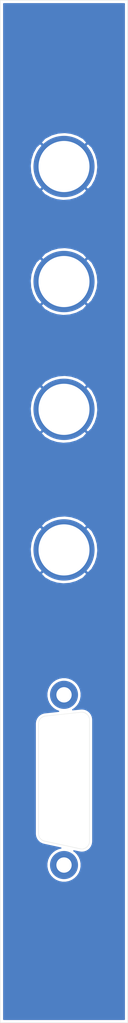
<source format=kicad_pcb>
(kicad_pcb (version 20171130) (host pcbnew "(5.1.4)-1")

  (general
    (thickness 1.6)
    (drawings 18)
    (tracks 0)
    (zones 0)
    (modules 5)
    (nets 2)
  )

  (page USLetter portrait)
  (layers
    (0 F.Cu signal)
    (31 B.Cu signal)
    (32 B.Adhes user)
    (33 F.Adhes user)
    (34 B.Paste user)
    (35 F.Paste user)
    (36 B.SilkS user)
    (37 F.SilkS user)
    (38 B.Mask user)
    (39 F.Mask user)
    (40 Dwgs.User user)
    (41 Cmts.User user)
    (42 Eco1.User user)
    (43 Eco2.User user)
    (44 Edge.Cuts user)
    (45 Margin user)
    (46 B.CrtYd user)
    (47 F.CrtYd user)
    (48 B.Fab user)
    (49 F.Fab user)
  )

  (setup
    (last_trace_width 0.25)
    (trace_clearance 0.2)
    (zone_clearance 0.508)
    (zone_45_only no)
    (trace_min 0.2)
    (via_size 0.8)
    (via_drill 0.4)
    (via_min_size 0.4)
    (via_min_drill 0.3)
    (uvia_size 0.3)
    (uvia_drill 0.1)
    (uvias_allowed no)
    (uvia_min_size 0.2)
    (uvia_min_drill 0.1)
    (edge_width 0.05)
    (segment_width 0.2)
    (pcb_text_width 0.3)
    (pcb_text_size 1.5 1.5)
    (mod_edge_width 0.12)
    (mod_text_size 1 1)
    (mod_text_width 0.15)
    (pad_size 3.5 3.5)
    (pad_drill 3)
    (pad_to_mask_clearance 0.051)
    (solder_mask_min_width 0.25)
    (aux_axis_origin 0 0)
    (grid_origin 112.5 125)
    (visible_elements 7FFFFFFF)
    (pcbplotparams
      (layerselection 0x010fc_ffffffff)
      (usegerberextensions false)
      (usegerberattributes false)
      (usegerberadvancedattributes false)
      (creategerberjobfile false)
      (excludeedgelayer true)
      (linewidth 0.100000)
      (plotframeref false)
      (viasonmask false)
      (mode 1)
      (useauxorigin false)
      (hpglpennumber 1)
      (hpglpenspeed 20)
      (hpglpendiameter 15.000000)
      (psnegative false)
      (psa4output false)
      (plotreference true)
      (plotvalue true)
      (plotinvisibletext false)
      (padsonsilk false)
      (subtractmaskfromsilk false)
      (outputformat 1)
      (mirror false)
      (drillshape 1)
      (scaleselection 1)
      (outputdirectory ""))
  )

  (net 0 "")
  (net 1 GND)

  (net_class Default "This is the default net class."
    (clearance 0.2)
    (trace_width 0.25)
    (via_dia 0.8)
    (via_drill 0.4)
    (uvia_dia 0.3)
    (uvia_drill 0.1)
    (add_net GND)
  )

  (module modular:DSub_15_Cutout (layer F.Cu) (tedit 6056DE7B) (tstamp 605738ED)
    (at 112.5 177.5)
    (path /6056EF31)
    (fp_text reference H5 (at 0 20) (layer F.SilkS) hide
      (effects (font (size 1 1) (thickness 0.15)))
    )
    (fp_text value "DSub Screws" (at 0 21.5) (layer F.Fab)
      (effects (font (size 1 1) (thickness 0.15)))
    )
    (pad "" thru_hole circle (at 0 16.65) (size 5.5 5.5) (drill 3) (layers *.Cu *.Mask))
    (pad "" thru_hole circle (at 0 -16.65) (size 5.5 5.5) (drill 3) (layers *.Cu *.Mask))
  )

  (module modular:Jack (layer F.Cu) (tedit 6019FF7B) (tstamp 605594C8)
    (at 112.5 132.5)
    (path /60554805)
    (fp_text reference H4 (at 0 7.5) (layer F.SilkS) hide
      (effects (font (size 1 1) (thickness 0.15)))
    )
    (fp_text value B2 (at 0 -7.5) (layer F.Fab)
      (effects (font (size 1 1) (thickness 0.15)))
    )
    (fp_circle (center 0 0) (end 7 0) (layer F.CrtYd) (width 0.12))
    (pad 1 thru_hole circle (at 0 0) (size 12 12) (drill 10) (layers *.Cu *.Mask)
      (net 1 GND))
  )

  (module modular:Jack (layer F.Cu) (tedit 6019FF7B) (tstamp 605594C2)
    (at 112.5 105)
    (path /60554542)
    (fp_text reference H3 (at 0 7.5) (layer F.SilkS) hide
      (effects (font (size 1 1) (thickness 0.15)))
    )
    (fp_text value B1 (at 0 -7.5) (layer F.Fab)
      (effects (font (size 1 1) (thickness 0.15)))
    )
    (fp_circle (center 0 0) (end 7 0) (layer F.CrtYd) (width 0.12))
    (pad 1 thru_hole circle (at 0 0) (size 12 12) (drill 10) (layers *.Cu *.Mask)
      (net 1 GND))
  )

  (module modular:Jack (layer F.Cu) (tedit 6019FF7B) (tstamp 605594BC)
    (at 112.5 80)
    (path /6055426E)
    (fp_text reference H2 (at 0 7.5) (layer F.SilkS) hide
      (effects (font (size 1 1) (thickness 0.15)))
    )
    (fp_text value Y (at 0 -7.5) (layer F.Fab)
      (effects (font (size 1 1) (thickness 0.15)))
    )
    (fp_circle (center 0 0) (end 7 0) (layer F.CrtYd) (width 0.12))
    (pad 1 thru_hole circle (at 0 0) (size 12 12) (drill 10) (layers *.Cu *.Mask)
      (net 1 GND))
  )

  (module modular:Jack (layer F.Cu) (tedit 6019FF7B) (tstamp 605594B6)
    (at 112.5 57.5)
    (path /60553C9E)
    (fp_text reference H1 (at 0 7.5) (layer F.SilkS) hide
      (effects (font (size 1 1) (thickness 0.15)))
    )
    (fp_text value X (at 0 -7.5) (layer F.Fab)
      (effects (font (size 1 1) (thickness 0.15)))
    )
    (fp_circle (center 0 0) (end 7 0) (layer F.CrtYd) (width 0.12))
    (pad 1 thru_hole circle (at 0 0) (size 12 12) (drill 10) (layers *.Cu *.Mask)
      (net 1 GND))
  )

  (gr_line (start 100 177.5) (end 125 177.5) (layer Dwgs.User) (width 0.15))
  (gr_arc (start 120.25 188.5) (end 122.25 188.5) (angle 100) (layer Dwgs.User) (width 0.05) (tstamp 605738D4))
  (gr_arc (start 116 165.75) (end 117.5 165.75) (angle -100) (layer Edge.Cuts) (width 0.05) (tstamp 605738E0))
  (gr_arc (start 109 166.5) (end 107.5 166.5) (angle 80) (layer Edge.Cuts) (width 0.05) (tstamp 605738D1))
  (gr_arc (start 109 188) (end 107.5 188) (angle -80) (layer Edge.Cuts) (width 0.05) (tstamp 605738E3))
  (gr_arc (start 116 189.5) (end 117.5 189.5) (angle 100) (layer Edge.Cuts) (width 0.05) (tstamp 605738D7))
  (gr_line (start 100 125) (end 125 125) (layer Dwgs.User) (width 0.15))
  (gr_line (start 108.739528 165.022788) (end 115.739528 164.272788) (layer Edge.Cuts) (width 0.05) (tstamp 605738E6))
  (gr_line (start 107.5 188) (end 107.5 166.5) (layer Edge.Cuts) (width 0.05) (tstamp 605738DD))
  (gr_line (start 115.739528 190.977212) (end 108.739528 189.477212) (layer Edge.Cuts) (width 0.05) (tstamp 605738DA))
  (gr_line (start 117.5 165.75) (end 117.5 189.5) (layer Edge.Cuts) (width 0.05) (tstamp 605738CE))
  (gr_line (start 100 35) (end 125 35) (layer Dwgs.User) (width 0.15))
  (gr_line (start 100 215) (end 125 215) (layer Dwgs.User) (width 0.15))
  (gr_line (start 112.5 25) (end 112.5 225) (layer Dwgs.User) (width 0.15))
  (gr_line (start 100 225) (end 100 25) (layer Edge.Cuts) (width 0.05) (tstamp 60573481))
  (gr_line (start 125 225) (end 100 225) (layer Edge.Cuts) (width 0.05))
  (gr_line (start 125 25) (end 125 225) (layer Edge.Cuts) (width 0.05))
  (gr_line (start 100 25) (end 125 25) (layer Edge.Cuts) (width 0.05))

  (zone (net 1) (net_name GND) (layer F.Cu) (tstamp 0) (hatch edge 0.508)
    (connect_pads (clearance 0.508))
    (min_thickness 0.254)
    (fill yes (arc_segments 32) (thermal_gap 0.508) (thermal_bridge_width 0.508))
    (polygon
      (pts
        (xy 100 25) (xy 125 25) (xy 125 225) (xy 100 225)
      )
    )
    (filled_polygon
      (pts
        (xy 124.340001 224.34) (xy 100.66 224.34) (xy 100.66 188.032418) (xy 106.84 188.032418) (xy 106.840452 188.037009)
        (xy 106.840649 188.051101) (xy 106.844247 188.083178) (xy 106.844698 188.115452) (xy 106.845789 188.124603) (xy 106.88248 188.415042)
        (xy 106.895734 188.473381) (xy 106.90817 188.531888) (xy 106.911018 188.540652) (xy 107.003424 188.818434) (xy 107.027754 188.873079)
        (xy 107.051319 188.928062) (xy 107.055815 188.936106) (xy 107.200416 189.19065) (xy 107.234893 189.239524) (xy 107.268694 189.288889)
        (xy 107.274667 189.295907) (xy 107.465954 189.517516) (xy 107.509287 189.558781) (xy 107.552012 189.600621) (xy 107.559234 189.606345)
        (xy 107.789924 189.786579) (xy 107.840425 189.818628) (xy 107.890484 189.851386) (xy 107.89868 189.855598) (xy 108.159983 189.987592)
        (xy 108.21574 190.009219) (xy 108.271218 190.031634) (xy 108.280072 190.034172) (xy 108.280075 190.034173) (xy 108.280078 190.034173)
        (xy 108.550305 190.109622) (xy 108.56954 190.115768) (xy 111.872393 190.823523) (xy 111.512632 190.895083) (xy 110.896601 191.150252)
        (xy 110.342188 191.520698) (xy 109.870698 191.992188) (xy 109.500252 192.546601) (xy 109.245083 193.162632) (xy 109.115 193.816607)
        (xy 109.115 194.483393) (xy 109.245083 195.137368) (xy 109.500252 195.753399) (xy 109.870698 196.307812) (xy 110.342188 196.779302)
        (xy 110.896601 197.149748) (xy 111.512632 197.404917) (xy 112.166607 197.535) (xy 112.833393 197.535) (xy 113.487368 197.404917)
        (xy 114.103399 197.149748) (xy 114.657812 196.779302) (xy 115.129302 196.307812) (xy 115.499748 195.753399) (xy 115.754917 195.137368)
        (xy 115.885 194.483393) (xy 115.885 193.816607) (xy 115.754917 193.162632) (xy 115.499748 192.546601) (xy 115.129302 191.992188)
        (xy 114.657812 191.520698) (xy 114.436835 191.373046) (xy 115.632938 191.629354) (xy 115.729751 191.640333) (xy 115.739415 191.639525)
        (xy 115.955247 191.657648) (xy 116.012743 191.656845) (xy 116.070288 191.657247) (xy 116.07946 191.656348) (xy 116.370605 191.625748)
        (xy 116.429217 191.613717) (xy 116.487963 191.602511) (xy 116.496784 191.599847) (xy 116.77644 191.513279) (xy 116.831578 191.490101)
        (xy 116.88705 191.467689) (xy 116.895181 191.463365) (xy 116.895185 191.463363) (xy 116.895188 191.463361) (xy 117.152702 191.324123)
        (xy 117.202259 191.290696) (xy 117.252347 191.25792) (xy 117.259488 191.252095) (xy 117.485056 191.06549) (xy 117.527215 191.023035)
        (xy 117.569945 190.981191) (xy 117.575819 190.974091) (xy 117.760845 190.747227) (xy 117.793927 190.697434) (xy 117.827745 190.648045)
        (xy 117.832127 190.639939) (xy 117.969564 190.381458) (xy 117.992355 190.326164) (xy 118.015925 190.271171) (xy 118.01865 190.262368)
        (xy 118.103264 189.982113) (xy 118.114882 189.923436) (xy 118.12732 189.864921) (xy 118.128283 189.855756) (xy 118.15685 189.564404)
        (xy 118.15685 189.564402) (xy 118.16 189.532419) (xy 118.16 165.717581) (xy 118.157069 165.687824) (xy 118.132642 165.419406)
        (xy 118.121863 165.362904) (xy 118.112269 165.306177) (xy 118.109791 165.297301) (xy 118.029098 165.015892) (xy 118.007081 164.960284)
        (xy 117.985835 164.904353) (xy 117.981679 164.896127) (xy 117.847864 164.635753) (xy 117.815474 164.585493) (xy 117.783762 164.534743)
        (xy 117.778088 164.527481) (xy 117.596249 164.298056) (xy 117.55469 164.25502) (xy 117.513745 164.211418) (xy 117.506769 164.205397)
        (xy 117.28383 164.015661) (xy 117.234747 163.981547) (xy 117.186071 163.946699) (xy 117.178058 163.942147) (xy 116.922511 163.799327)
        (xy 116.867726 163.775393) (xy 116.81322 163.750667) (xy 116.804476 163.747759) (xy 116.526055 163.657294) (xy 116.467662 163.644456)
        (xy 116.409391 163.630788) (xy 116.400253 163.629635) (xy 116.40025 163.629634) (xy 116.400248 163.629634) (xy 116.109559 163.594972)
        (xy 116.049802 163.593721) (xy 115.989973 163.591631) (xy 115.980781 163.592274) (xy 115.711334 163.613006) (xy 115.70145 163.613091)
        (xy 114.220036 163.771814) (xy 114.657812 163.479302) (xy 115.129302 163.007812) (xy 115.499748 162.453399) (xy 115.754917 161.837368)
        (xy 115.885 161.183393) (xy 115.885 160.516607) (xy 115.754917 159.862632) (xy 115.499748 159.246601) (xy 115.129302 158.692188)
        (xy 114.657812 158.220698) (xy 114.103399 157.850252) (xy 113.487368 157.595083) (xy 112.833393 157.465) (xy 112.166607 157.465)
        (xy 111.512632 157.595083) (xy 110.896601 157.850252) (xy 110.342188 158.220698) (xy 109.870698 158.692188) (xy 109.500252 159.246601)
        (xy 109.245083 159.862632) (xy 109.115 160.516607) (xy 109.115 161.183393) (xy 109.245083 161.837368) (xy 109.500252 162.453399)
        (xy 109.870698 163.007812) (xy 110.342188 163.479302) (xy 110.896601 163.849748) (xy 111.430108 164.070735) (xy 108.636982 164.369998)
        (xy 108.610583 164.375485) (xy 108.574709 164.382328) (xy 108.56763 164.384411) (xy 108.541587 164.389824) (xy 108.532898 164.393511)
        (xy 108.512037 164.39749) (xy 108.503216 164.400153) (xy 108.22356 164.486721) (xy 108.168422 164.509899) (xy 108.11295 164.532311)
        (xy 108.104819 164.536635) (xy 108.104815 164.536637) (xy 108.104814 164.536638) (xy 107.847298 164.675877) (xy 107.797749 164.709299)
        (xy 107.747653 164.74208) (xy 107.740512 164.747905) (xy 107.514945 164.93451) (xy 107.472804 164.976946) (xy 107.430055 165.018809)
        (xy 107.424181 165.025909) (xy 107.239155 165.252773) (xy 107.206055 165.302592) (xy 107.172256 165.351955) (xy 107.167873 165.360061)
        (xy 107.030436 165.618542) (xy 107.007645 165.673836) (xy 106.984075 165.728829) (xy 106.98135 165.737632) (xy 106.896736 166.017886)
        (xy 106.885116 166.076571) (xy 106.87268 166.135079) (xy 106.871717 166.144244) (xy 106.84315 166.435596) (xy 106.84315 166.435608)
        (xy 106.840001 166.467581) (xy 106.84 188.032418) (xy 100.66 188.032418) (xy 100.66 137.191028) (xy 107.988577 137.191028)
        (xy 108.684631 137.967471) (xy 109.824592 138.606757) (xy 111.067369 139.011363) (xy 112.3652 139.165741) (xy 113.668212 139.06396)
        (xy 114.92633 138.709928) (xy 116.091206 138.117253) (xy 116.315369 137.967471) (xy 117.011423 137.191028) (xy 112.5 132.679605)
        (xy 107.988577 137.191028) (xy 100.66 137.191028) (xy 100.66 132.3652) (xy 105.834259 132.3652) (xy 105.93604 133.668212)
        (xy 106.290072 134.92633) (xy 106.882747 136.091206) (xy 107.032529 136.315369) (xy 107.808972 137.011423) (xy 112.320395 132.5)
        (xy 112.679605 132.5) (xy 117.191028 137.011423) (xy 117.967471 136.315369) (xy 118.606757 135.175408) (xy 119.011363 133.932631)
        (xy 119.165741 132.6348) (xy 119.06396 131.331788) (xy 118.709928 130.07367) (xy 118.117253 128.908794) (xy 117.967471 128.684631)
        (xy 117.191028 127.988577) (xy 112.679605 132.5) (xy 112.320395 132.5) (xy 107.808972 127.988577) (xy 107.032529 128.684631)
        (xy 106.393243 129.824592) (xy 105.988637 131.067369) (xy 105.834259 132.3652) (xy 100.66 132.3652) (xy 100.66 127.808972)
        (xy 107.988577 127.808972) (xy 112.5 132.320395) (xy 117.011423 127.808972) (xy 116.315369 127.032529) (xy 115.175408 126.393243)
        (xy 113.932631 125.988637) (xy 112.6348 125.834259) (xy 111.331788 125.93604) (xy 110.07367 126.290072) (xy 108.908794 126.882747)
        (xy 108.684631 127.032529) (xy 107.988577 127.808972) (xy 100.66 127.808972) (xy 100.66 109.691028) (xy 107.988577 109.691028)
        (xy 108.684631 110.467471) (xy 109.824592 111.106757) (xy 111.067369 111.511363) (xy 112.3652 111.665741) (xy 113.668212 111.56396)
        (xy 114.92633 111.209928) (xy 116.091206 110.617253) (xy 116.315369 110.467471) (xy 117.011423 109.691028) (xy 112.5 105.179605)
        (xy 107.988577 109.691028) (xy 100.66 109.691028) (xy 100.66 104.8652) (xy 105.834259 104.8652) (xy 105.93604 106.168212)
        (xy 106.290072 107.42633) (xy 106.882747 108.591206) (xy 107.032529 108.815369) (xy 107.808972 109.511423) (xy 112.320395 105)
        (xy 112.679605 105) (xy 117.191028 109.511423) (xy 117.967471 108.815369) (xy 118.606757 107.675408) (xy 119.011363 106.432631)
        (xy 119.165741 105.1348) (xy 119.06396 103.831788) (xy 118.709928 102.57367) (xy 118.117253 101.408794) (xy 117.967471 101.184631)
        (xy 117.191028 100.488577) (xy 112.679605 105) (xy 112.320395 105) (xy 107.808972 100.488577) (xy 107.032529 101.184631)
        (xy 106.393243 102.324592) (xy 105.988637 103.567369) (xy 105.834259 104.8652) (xy 100.66 104.8652) (xy 100.66 100.308972)
        (xy 107.988577 100.308972) (xy 112.5 104.820395) (xy 117.011423 100.308972) (xy 116.315369 99.532529) (xy 115.175408 98.893243)
        (xy 113.932631 98.488637) (xy 112.6348 98.334259) (xy 111.331788 98.43604) (xy 110.07367 98.790072) (xy 108.908794 99.382747)
        (xy 108.684631 99.532529) (xy 107.988577 100.308972) (xy 100.66 100.308972) (xy 100.66 84.691028) (xy 107.988577 84.691028)
        (xy 108.684631 85.467471) (xy 109.824592 86.106757) (xy 111.067369 86.511363) (xy 112.3652 86.665741) (xy 113.668212 86.56396)
        (xy 114.92633 86.209928) (xy 116.091206 85.617253) (xy 116.315369 85.467471) (xy 117.011423 84.691028) (xy 112.5 80.179605)
        (xy 107.988577 84.691028) (xy 100.66 84.691028) (xy 100.66 79.8652) (xy 105.834259 79.8652) (xy 105.93604 81.168212)
        (xy 106.290072 82.42633) (xy 106.882747 83.591206) (xy 107.032529 83.815369) (xy 107.808972 84.511423) (xy 112.320395 80)
        (xy 112.679605 80) (xy 117.191028 84.511423) (xy 117.967471 83.815369) (xy 118.606757 82.675408) (xy 119.011363 81.432631)
        (xy 119.165741 80.1348) (xy 119.06396 78.831788) (xy 118.709928 77.57367) (xy 118.117253 76.408794) (xy 117.967471 76.184631)
        (xy 117.191028 75.488577) (xy 112.679605 80) (xy 112.320395 80) (xy 107.808972 75.488577) (xy 107.032529 76.184631)
        (xy 106.393243 77.324592) (xy 105.988637 78.567369) (xy 105.834259 79.8652) (xy 100.66 79.8652) (xy 100.66 75.308972)
        (xy 107.988577 75.308972) (xy 112.5 79.820395) (xy 117.011423 75.308972) (xy 116.315369 74.532529) (xy 115.175408 73.893243)
        (xy 113.932631 73.488637) (xy 112.6348 73.334259) (xy 111.331788 73.43604) (xy 110.07367 73.790072) (xy 108.908794 74.382747)
        (xy 108.684631 74.532529) (xy 107.988577 75.308972) (xy 100.66 75.308972) (xy 100.66 62.191028) (xy 107.988577 62.191028)
        (xy 108.684631 62.967471) (xy 109.824592 63.606757) (xy 111.067369 64.011363) (xy 112.3652 64.165741) (xy 113.668212 64.06396)
        (xy 114.92633 63.709928) (xy 116.091206 63.117253) (xy 116.315369 62.967471) (xy 117.011423 62.191028) (xy 112.5 57.679605)
        (xy 107.988577 62.191028) (xy 100.66 62.191028) (xy 100.66 57.3652) (xy 105.834259 57.3652) (xy 105.93604 58.668212)
        (xy 106.290072 59.92633) (xy 106.882747 61.091206) (xy 107.032529 61.315369) (xy 107.808972 62.011423) (xy 112.320395 57.5)
        (xy 112.679605 57.5) (xy 117.191028 62.011423) (xy 117.967471 61.315369) (xy 118.606757 60.175408) (xy 119.011363 58.932631)
        (xy 119.165741 57.6348) (xy 119.06396 56.331788) (xy 118.709928 55.07367) (xy 118.117253 53.908794) (xy 117.967471 53.684631)
        (xy 117.191028 52.988577) (xy 112.679605 57.5) (xy 112.320395 57.5) (xy 107.808972 52.988577) (xy 107.032529 53.684631)
        (xy 106.393243 54.824592) (xy 105.988637 56.067369) (xy 105.834259 57.3652) (xy 100.66 57.3652) (xy 100.66 52.808972)
        (xy 107.988577 52.808972) (xy 112.5 57.320395) (xy 117.011423 52.808972) (xy 116.315369 52.032529) (xy 115.175408 51.393243)
        (xy 113.932631 50.988637) (xy 112.6348 50.834259) (xy 111.331788 50.93604) (xy 110.07367 51.290072) (xy 108.908794 51.882747)
        (xy 108.684631 52.032529) (xy 107.988577 52.808972) (xy 100.66 52.808972) (xy 100.66 25.66) (xy 124.34 25.66)
      )
    )
  )
  (zone (net 1) (net_name GND) (layer B.Cu) (tstamp 0) (hatch edge 0.508)
    (connect_pads (clearance 0.508))
    (min_thickness 0.254)
    (fill yes (arc_segments 32) (thermal_gap 0.508) (thermal_bridge_width 0.508))
    (polygon
      (pts
        (xy 100 25) (xy 125 25) (xy 125 225) (xy 100 225)
      )
    )
    (filled_polygon
      (pts
        (xy 124.340001 224.34) (xy 100.66 224.34) (xy 100.66 188.032418) (xy 106.84 188.032418) (xy 106.840452 188.037009)
        (xy 106.840649 188.051101) (xy 106.844247 188.083178) (xy 106.844698 188.115452) (xy 106.845789 188.124603) (xy 106.88248 188.415042)
        (xy 106.895734 188.473381) (xy 106.90817 188.531888) (xy 106.911018 188.540652) (xy 107.003424 188.818434) (xy 107.027754 188.873079)
        (xy 107.051319 188.928062) (xy 107.055815 188.936106) (xy 107.200416 189.19065) (xy 107.234893 189.239524) (xy 107.268694 189.288889)
        (xy 107.274667 189.295907) (xy 107.465954 189.517516) (xy 107.509287 189.558781) (xy 107.552012 189.600621) (xy 107.559234 189.606345)
        (xy 107.789924 189.786579) (xy 107.840425 189.818628) (xy 107.890484 189.851386) (xy 107.89868 189.855598) (xy 108.159983 189.987592)
        (xy 108.21574 190.009219) (xy 108.271218 190.031634) (xy 108.280072 190.034172) (xy 108.280075 190.034173) (xy 108.280078 190.034173)
        (xy 108.550305 190.109622) (xy 108.56954 190.115768) (xy 111.872393 190.823523) (xy 111.512632 190.895083) (xy 110.896601 191.150252)
        (xy 110.342188 191.520698) (xy 109.870698 191.992188) (xy 109.500252 192.546601) (xy 109.245083 193.162632) (xy 109.115 193.816607)
        (xy 109.115 194.483393) (xy 109.245083 195.137368) (xy 109.500252 195.753399) (xy 109.870698 196.307812) (xy 110.342188 196.779302)
        (xy 110.896601 197.149748) (xy 111.512632 197.404917) (xy 112.166607 197.535) (xy 112.833393 197.535) (xy 113.487368 197.404917)
        (xy 114.103399 197.149748) (xy 114.657812 196.779302) (xy 115.129302 196.307812) (xy 115.499748 195.753399) (xy 115.754917 195.137368)
        (xy 115.885 194.483393) (xy 115.885 193.816607) (xy 115.754917 193.162632) (xy 115.499748 192.546601) (xy 115.129302 191.992188)
        (xy 114.657812 191.520698) (xy 114.436835 191.373046) (xy 115.632938 191.629354) (xy 115.729751 191.640333) (xy 115.739415 191.639525)
        (xy 115.955247 191.657648) (xy 116.012743 191.656845) (xy 116.070288 191.657247) (xy 116.07946 191.656348) (xy 116.370605 191.625748)
        (xy 116.429217 191.613717) (xy 116.487963 191.602511) (xy 116.496784 191.599847) (xy 116.77644 191.513279) (xy 116.831578 191.490101)
        (xy 116.88705 191.467689) (xy 116.895181 191.463365) (xy 116.895185 191.463363) (xy 116.895188 191.463361) (xy 117.152702 191.324123)
        (xy 117.202259 191.290696) (xy 117.252347 191.25792) (xy 117.259488 191.252095) (xy 117.485056 191.06549) (xy 117.527215 191.023035)
        (xy 117.569945 190.981191) (xy 117.575819 190.974091) (xy 117.760845 190.747227) (xy 117.793927 190.697434) (xy 117.827745 190.648045)
        (xy 117.832127 190.639939) (xy 117.969564 190.381458) (xy 117.992355 190.326164) (xy 118.015925 190.271171) (xy 118.01865 190.262368)
        (xy 118.103264 189.982113) (xy 118.114882 189.923436) (xy 118.12732 189.864921) (xy 118.128283 189.855756) (xy 118.15685 189.564404)
        (xy 118.15685 189.564402) (xy 118.16 189.532419) (xy 118.16 165.717581) (xy 118.157069 165.687824) (xy 118.132642 165.419406)
        (xy 118.121863 165.362904) (xy 118.112269 165.306177) (xy 118.109791 165.297301) (xy 118.029098 165.015892) (xy 118.007081 164.960284)
        (xy 117.985835 164.904353) (xy 117.981679 164.896127) (xy 117.847864 164.635753) (xy 117.815474 164.585493) (xy 117.783762 164.534743)
        (xy 117.778088 164.527481) (xy 117.596249 164.298056) (xy 117.55469 164.25502) (xy 117.513745 164.211418) (xy 117.506769 164.205397)
        (xy 117.28383 164.015661) (xy 117.234747 163.981547) (xy 117.186071 163.946699) (xy 117.178058 163.942147) (xy 116.922511 163.799327)
        (xy 116.867726 163.775393) (xy 116.81322 163.750667) (xy 116.804476 163.747759) (xy 116.526055 163.657294) (xy 116.467662 163.644456)
        (xy 116.409391 163.630788) (xy 116.400253 163.629635) (xy 116.40025 163.629634) (xy 116.400248 163.629634) (xy 116.109559 163.594972)
        (xy 116.049802 163.593721) (xy 115.989973 163.591631) (xy 115.980781 163.592274) (xy 115.711334 163.613006) (xy 115.70145 163.613091)
        (xy 114.220036 163.771814) (xy 114.657812 163.479302) (xy 115.129302 163.007812) (xy 115.499748 162.453399) (xy 115.754917 161.837368)
        (xy 115.885 161.183393) (xy 115.885 160.516607) (xy 115.754917 159.862632) (xy 115.499748 159.246601) (xy 115.129302 158.692188)
        (xy 114.657812 158.220698) (xy 114.103399 157.850252) (xy 113.487368 157.595083) (xy 112.833393 157.465) (xy 112.166607 157.465)
        (xy 111.512632 157.595083) (xy 110.896601 157.850252) (xy 110.342188 158.220698) (xy 109.870698 158.692188) (xy 109.500252 159.246601)
        (xy 109.245083 159.862632) (xy 109.115 160.516607) (xy 109.115 161.183393) (xy 109.245083 161.837368) (xy 109.500252 162.453399)
        (xy 109.870698 163.007812) (xy 110.342188 163.479302) (xy 110.896601 163.849748) (xy 111.430108 164.070735) (xy 108.636982 164.369998)
        (xy 108.610583 164.375485) (xy 108.574709 164.382328) (xy 108.56763 164.384411) (xy 108.541587 164.389824) (xy 108.532898 164.393511)
        (xy 108.512037 164.39749) (xy 108.503216 164.400153) (xy 108.22356 164.486721) (xy 108.168422 164.509899) (xy 108.11295 164.532311)
        (xy 108.104819 164.536635) (xy 108.104815 164.536637) (xy 108.104814 164.536638) (xy 107.847298 164.675877) (xy 107.797749 164.709299)
        (xy 107.747653 164.74208) (xy 107.740512 164.747905) (xy 107.514945 164.93451) (xy 107.472804 164.976946) (xy 107.430055 165.018809)
        (xy 107.424181 165.025909) (xy 107.239155 165.252773) (xy 107.206055 165.302592) (xy 107.172256 165.351955) (xy 107.167873 165.360061)
        (xy 107.030436 165.618542) (xy 107.007645 165.673836) (xy 106.984075 165.728829) (xy 106.98135 165.737632) (xy 106.896736 166.017886)
        (xy 106.885116 166.076571) (xy 106.87268 166.135079) (xy 106.871717 166.144244) (xy 106.84315 166.435596) (xy 106.84315 166.435608)
        (xy 106.840001 166.467581) (xy 106.84 188.032418) (xy 100.66 188.032418) (xy 100.66 137.191028) (xy 107.988577 137.191028)
        (xy 108.684631 137.967471) (xy 109.824592 138.606757) (xy 111.067369 139.011363) (xy 112.3652 139.165741) (xy 113.668212 139.06396)
        (xy 114.92633 138.709928) (xy 116.091206 138.117253) (xy 116.315369 137.967471) (xy 117.011423 137.191028) (xy 112.5 132.679605)
        (xy 107.988577 137.191028) (xy 100.66 137.191028) (xy 100.66 132.3652) (xy 105.834259 132.3652) (xy 105.93604 133.668212)
        (xy 106.290072 134.92633) (xy 106.882747 136.091206) (xy 107.032529 136.315369) (xy 107.808972 137.011423) (xy 112.320395 132.5)
        (xy 112.679605 132.5) (xy 117.191028 137.011423) (xy 117.967471 136.315369) (xy 118.606757 135.175408) (xy 119.011363 133.932631)
        (xy 119.165741 132.6348) (xy 119.06396 131.331788) (xy 118.709928 130.07367) (xy 118.117253 128.908794) (xy 117.967471 128.684631)
        (xy 117.191028 127.988577) (xy 112.679605 132.5) (xy 112.320395 132.5) (xy 107.808972 127.988577) (xy 107.032529 128.684631)
        (xy 106.393243 129.824592) (xy 105.988637 131.067369) (xy 105.834259 132.3652) (xy 100.66 132.3652) (xy 100.66 127.808972)
        (xy 107.988577 127.808972) (xy 112.5 132.320395) (xy 117.011423 127.808972) (xy 116.315369 127.032529) (xy 115.175408 126.393243)
        (xy 113.932631 125.988637) (xy 112.6348 125.834259) (xy 111.331788 125.93604) (xy 110.07367 126.290072) (xy 108.908794 126.882747)
        (xy 108.684631 127.032529) (xy 107.988577 127.808972) (xy 100.66 127.808972) (xy 100.66 109.691028) (xy 107.988577 109.691028)
        (xy 108.684631 110.467471) (xy 109.824592 111.106757) (xy 111.067369 111.511363) (xy 112.3652 111.665741) (xy 113.668212 111.56396)
        (xy 114.92633 111.209928) (xy 116.091206 110.617253) (xy 116.315369 110.467471) (xy 117.011423 109.691028) (xy 112.5 105.179605)
        (xy 107.988577 109.691028) (xy 100.66 109.691028) (xy 100.66 104.8652) (xy 105.834259 104.8652) (xy 105.93604 106.168212)
        (xy 106.290072 107.42633) (xy 106.882747 108.591206) (xy 107.032529 108.815369) (xy 107.808972 109.511423) (xy 112.320395 105)
        (xy 112.679605 105) (xy 117.191028 109.511423) (xy 117.967471 108.815369) (xy 118.606757 107.675408) (xy 119.011363 106.432631)
        (xy 119.165741 105.1348) (xy 119.06396 103.831788) (xy 118.709928 102.57367) (xy 118.117253 101.408794) (xy 117.967471 101.184631)
        (xy 117.191028 100.488577) (xy 112.679605 105) (xy 112.320395 105) (xy 107.808972 100.488577) (xy 107.032529 101.184631)
        (xy 106.393243 102.324592) (xy 105.988637 103.567369) (xy 105.834259 104.8652) (xy 100.66 104.8652) (xy 100.66 100.308972)
        (xy 107.988577 100.308972) (xy 112.5 104.820395) (xy 117.011423 100.308972) (xy 116.315369 99.532529) (xy 115.175408 98.893243)
        (xy 113.932631 98.488637) (xy 112.6348 98.334259) (xy 111.331788 98.43604) (xy 110.07367 98.790072) (xy 108.908794 99.382747)
        (xy 108.684631 99.532529) (xy 107.988577 100.308972) (xy 100.66 100.308972) (xy 100.66 84.691028) (xy 107.988577 84.691028)
        (xy 108.684631 85.467471) (xy 109.824592 86.106757) (xy 111.067369 86.511363) (xy 112.3652 86.665741) (xy 113.668212 86.56396)
        (xy 114.92633 86.209928) (xy 116.091206 85.617253) (xy 116.315369 85.467471) (xy 117.011423 84.691028) (xy 112.5 80.179605)
        (xy 107.988577 84.691028) (xy 100.66 84.691028) (xy 100.66 79.8652) (xy 105.834259 79.8652) (xy 105.93604 81.168212)
        (xy 106.290072 82.42633) (xy 106.882747 83.591206) (xy 107.032529 83.815369) (xy 107.808972 84.511423) (xy 112.320395 80)
        (xy 112.679605 80) (xy 117.191028 84.511423) (xy 117.967471 83.815369) (xy 118.606757 82.675408) (xy 119.011363 81.432631)
        (xy 119.165741 80.1348) (xy 119.06396 78.831788) (xy 118.709928 77.57367) (xy 118.117253 76.408794) (xy 117.967471 76.184631)
        (xy 117.191028 75.488577) (xy 112.679605 80) (xy 112.320395 80) (xy 107.808972 75.488577) (xy 107.032529 76.184631)
        (xy 106.393243 77.324592) (xy 105.988637 78.567369) (xy 105.834259 79.8652) (xy 100.66 79.8652) (xy 100.66 75.308972)
        (xy 107.988577 75.308972) (xy 112.5 79.820395) (xy 117.011423 75.308972) (xy 116.315369 74.532529) (xy 115.175408 73.893243)
        (xy 113.932631 73.488637) (xy 112.6348 73.334259) (xy 111.331788 73.43604) (xy 110.07367 73.790072) (xy 108.908794 74.382747)
        (xy 108.684631 74.532529) (xy 107.988577 75.308972) (xy 100.66 75.308972) (xy 100.66 62.191028) (xy 107.988577 62.191028)
        (xy 108.684631 62.967471) (xy 109.824592 63.606757) (xy 111.067369 64.011363) (xy 112.3652 64.165741) (xy 113.668212 64.06396)
        (xy 114.92633 63.709928) (xy 116.091206 63.117253) (xy 116.315369 62.967471) (xy 117.011423 62.191028) (xy 112.5 57.679605)
        (xy 107.988577 62.191028) (xy 100.66 62.191028) (xy 100.66 57.3652) (xy 105.834259 57.3652) (xy 105.93604 58.668212)
        (xy 106.290072 59.92633) (xy 106.882747 61.091206) (xy 107.032529 61.315369) (xy 107.808972 62.011423) (xy 112.320395 57.5)
        (xy 112.679605 57.5) (xy 117.191028 62.011423) (xy 117.967471 61.315369) (xy 118.606757 60.175408) (xy 119.011363 58.932631)
        (xy 119.165741 57.6348) (xy 119.06396 56.331788) (xy 118.709928 55.07367) (xy 118.117253 53.908794) (xy 117.967471 53.684631)
        (xy 117.191028 52.988577) (xy 112.679605 57.5) (xy 112.320395 57.5) (xy 107.808972 52.988577) (xy 107.032529 53.684631)
        (xy 106.393243 54.824592) (xy 105.988637 56.067369) (xy 105.834259 57.3652) (xy 100.66 57.3652) (xy 100.66 52.808972)
        (xy 107.988577 52.808972) (xy 112.5 57.320395) (xy 117.011423 52.808972) (xy 116.315369 52.032529) (xy 115.175408 51.393243)
        (xy 113.932631 50.988637) (xy 112.6348 50.834259) (xy 111.331788 50.93604) (xy 110.07367 51.290072) (xy 108.908794 51.882747)
        (xy 108.684631 52.032529) (xy 107.988577 52.808972) (xy 100.66 52.808972) (xy 100.66 25.66) (xy 124.34 25.66)
      )
    )
  )
)

</source>
